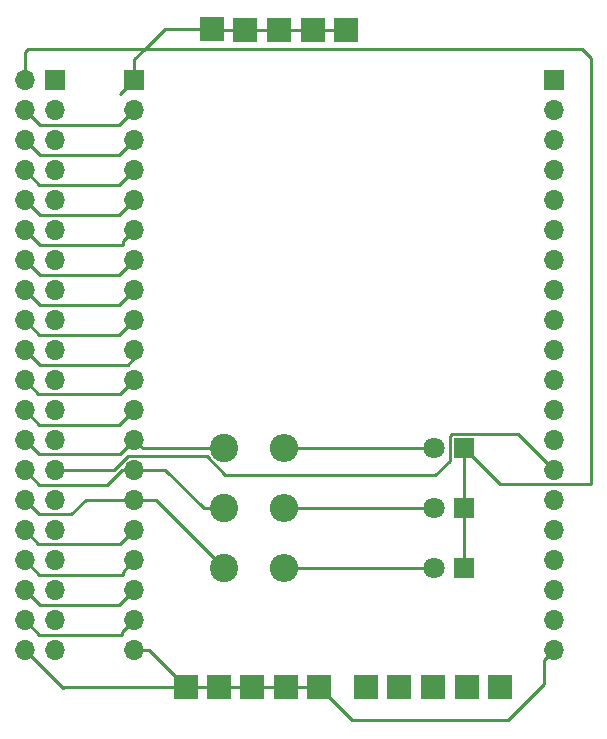
<source format=gbr>
%TF.GenerationSoftware,KiCad,Pcbnew,7.0.8*%
%TF.CreationDate,2025-03-02T05:57:02+01:00*%
%TF.ProjectId,Raspi-Connector,52617370-692d-4436-9f6e-6e6563746f72,rev?*%
%TF.SameCoordinates,Original*%
%TF.FileFunction,Copper,L1,Top*%
%TF.FilePolarity,Positive*%
%FSLAX46Y46*%
G04 Gerber Fmt 4.6, Leading zero omitted, Abs format (unit mm)*
G04 Created by KiCad (PCBNEW 7.0.8) date 2025-03-02 05:57:02*
%MOMM*%
%LPD*%
G01*
G04 APERTURE LIST*
%TA.AperFunction,ComponentPad*%
%ADD10R,1.700000X1.700000*%
%TD*%
%TA.AperFunction,ComponentPad*%
%ADD11O,1.700000X1.700000*%
%TD*%
%TA.AperFunction,ComponentPad*%
%ADD12R,2.000000X2.000000*%
%TD*%
%TA.AperFunction,ComponentPad*%
%ADD13R,1.800000X1.800000*%
%TD*%
%TA.AperFunction,ComponentPad*%
%ADD14C,1.800000*%
%TD*%
%TA.AperFunction,ComponentPad*%
%ADD15C,2.400000*%
%TD*%
%TA.AperFunction,ComponentPad*%
%ADD16O,2.400000X2.400000*%
%TD*%
%TA.AperFunction,Conductor*%
%ADD17C,0.250000*%
%TD*%
G04 APERTURE END LIST*
D10*
%TO.P,J8,1,Pin_1*%
%TO.N,Net-(D1-K)*%
X132842000Y-78279000D03*
D11*
%TO.P,J8,2,Pin_2*%
%TO.N,Net-(J2-Pin_4)*%
X132842000Y-80819000D03*
%TO.P,J8,3,Pin_3*%
%TO.N,Net-(J2-Pin_6)*%
X132842000Y-83359000D03*
%TO.P,J8,4,Pin_4*%
%TO.N,Net-(J2-Pin_8)*%
X132842000Y-85899000D03*
%TO.P,J8,5,Pin_5*%
%TO.N,Net-(J2-Pin_10)*%
X132842000Y-88439000D03*
%TO.P,J8,6,Pin_6*%
%TO.N,Net-(J2-Pin_12)*%
X132842000Y-90979000D03*
%TO.P,J8,7,Pin_7*%
%TO.N,Net-(J2-Pin_14)*%
X132842000Y-93519000D03*
%TO.P,J8,8,Pin_8*%
%TO.N,Net-(J2-Pin_16)*%
X132842000Y-96059000D03*
%TO.P,J8,9,Pin_9*%
%TO.N,Net-(J2-Pin_18)*%
X132842000Y-98599000D03*
%TO.P,J8,10,Pin_10*%
%TO.N,Net-(J2-Pin_20)*%
X132842000Y-101139000D03*
%TO.P,J8,11,Pin_11*%
%TO.N,Net-(J2-Pin_22)*%
X132842000Y-103679000D03*
%TO.P,J8,12,Pin_12*%
%TO.N,Net-(J2-Pin_24)*%
X132842000Y-106219000D03*
%TO.P,J8,13,Pin_13*%
%TO.N,Net-(J2-Pin_26)*%
X132842000Y-108759000D03*
%TO.P,J8,14,Pin_14*%
%TO.N,Net-(J2-Pin_28)*%
X132842000Y-111299000D03*
%TO.P,J8,15,Pin_15*%
%TO.N,Net-(J2-Pin_30)*%
X132842000Y-113839000D03*
%TO.P,J8,16,Pin_16*%
%TO.N,Net-(J2-Pin_32)*%
X132842000Y-116379000D03*
%TO.P,J8,17,Pin_17*%
%TO.N,Net-(J2-Pin_34)*%
X132842000Y-118919000D03*
%TO.P,J8,18,Pin_18*%
%TO.N,Net-(J2-Pin_36)*%
X132842000Y-121459000D03*
%TO.P,J8,19,Pin_19*%
%TO.N,Net-(J2-Pin_38)*%
X132842000Y-123999000D03*
%TO.P,J8,20,Pin_20*%
%TO.N,Net-(J2-Pin_39)*%
X132842000Y-126539000D03*
%TD*%
D10*
%TO.P,J2,1,Pin_1*%
%TO.N,Net-(J2-Pin_1)*%
X126087000Y-78279000D03*
D11*
%TO.P,J2,2,Pin_2*%
%TO.N,Net-(D1-K)*%
X123547000Y-78279000D03*
%TO.P,J2,3,Pin_3*%
%TO.N,Net-(J2-Pin_3)*%
X126087000Y-80819000D03*
%TO.P,J2,4,Pin_4*%
%TO.N,Net-(J2-Pin_4)*%
X123547000Y-80819000D03*
%TO.P,J2,5,Pin_5*%
%TO.N,Net-(J2-Pin_5)*%
X126087000Y-83359000D03*
%TO.P,J2,6,Pin_6*%
%TO.N,Net-(J2-Pin_6)*%
X123547000Y-83359000D03*
%TO.P,J2,7,Pin_7*%
%TO.N,Net-(J2-Pin_7)*%
X126087000Y-85899000D03*
%TO.P,J2,8,Pin_8*%
%TO.N,Net-(J2-Pin_8)*%
X123547000Y-85899000D03*
%TO.P,J2,9,Pin_9*%
%TO.N,Net-(J2-Pin_9)*%
X126087000Y-88439000D03*
%TO.P,J2,10,Pin_10*%
%TO.N,Net-(J2-Pin_10)*%
X123547000Y-88439000D03*
%TO.P,J2,11,Pin_11*%
%TO.N,Net-(J2-Pin_11)*%
X126087000Y-90979000D03*
%TO.P,J2,12,Pin_12*%
%TO.N,Net-(J2-Pin_12)*%
X123547000Y-90979000D03*
%TO.P,J2,13,Pin_13*%
%TO.N,Net-(J2-Pin_13)*%
X126087000Y-93519000D03*
%TO.P,J2,14,Pin_14*%
%TO.N,Net-(J2-Pin_14)*%
X123547000Y-93519000D03*
%TO.P,J2,15,Pin_15*%
%TO.N,Net-(J2-Pin_15)*%
X126087000Y-96059000D03*
%TO.P,J2,16,Pin_16*%
%TO.N,Net-(J2-Pin_16)*%
X123547000Y-96059000D03*
%TO.P,J2,17,Pin_17*%
%TO.N,Net-(J2-Pin_17)*%
X126087000Y-98599000D03*
%TO.P,J2,18,Pin_18*%
%TO.N,Net-(J2-Pin_18)*%
X123547000Y-98599000D03*
%TO.P,J2,19,Pin_19*%
%TO.N,Net-(J2-Pin_19)*%
X126087000Y-101139000D03*
%TO.P,J2,20,Pin_20*%
%TO.N,Net-(J2-Pin_20)*%
X123547000Y-101139000D03*
%TO.P,J2,21,Pin_21*%
%TO.N,Net-(J2-Pin_21)*%
X126087000Y-103679000D03*
%TO.P,J2,22,Pin_22*%
%TO.N,Net-(J2-Pin_22)*%
X123547000Y-103679000D03*
%TO.P,J2,23,Pin_23*%
%TO.N,Net-(J2-Pin_23)*%
X126087000Y-106219000D03*
%TO.P,J2,24,Pin_24*%
%TO.N,Net-(J2-Pin_24)*%
X123547000Y-106219000D03*
%TO.P,J2,25,Pin_25*%
%TO.N,Net-(J2-Pin_25)*%
X126087000Y-108759000D03*
%TO.P,J2,26,Pin_26*%
%TO.N,Net-(J2-Pin_26)*%
X123547000Y-108759000D03*
%TO.P,J2,27,Pin_27*%
%TO.N,Net-(J2-Pin_27)*%
X126087000Y-111299000D03*
%TO.P,J2,28,Pin_28*%
%TO.N,Net-(J2-Pin_28)*%
X123547000Y-111299000D03*
%TO.P,J2,29,Pin_29*%
%TO.N,Net-(J2-Pin_29)*%
X126087000Y-113839000D03*
%TO.P,J2,30,Pin_30*%
%TO.N,Net-(J2-Pin_30)*%
X123547000Y-113839000D03*
%TO.P,J2,31,Pin_31*%
%TO.N,Net-(J2-Pin_31)*%
X126087000Y-116379000D03*
%TO.P,J2,32,Pin_32*%
%TO.N,Net-(J2-Pin_32)*%
X123547000Y-116379000D03*
%TO.P,J2,33,Pin_33*%
%TO.N,Net-(J2-Pin_33)*%
X126087000Y-118919000D03*
%TO.P,J2,34,Pin_34*%
%TO.N,Net-(J2-Pin_34)*%
X123547000Y-118919000D03*
%TO.P,J2,35,Pin_35*%
%TO.N,Net-(J2-Pin_35)*%
X126087000Y-121459000D03*
%TO.P,J2,36,Pin_36*%
%TO.N,Net-(J2-Pin_36)*%
X123547000Y-121459000D03*
%TO.P,J2,37,Pin_37*%
%TO.N,Net-(J2-Pin_37)*%
X126087000Y-123999000D03*
%TO.P,J2,38,Pin_38*%
%TO.N,Net-(J2-Pin_38)*%
X123547000Y-123999000D03*
%TO.P,J2,39,Pin_40*%
%TO.N,Net-(J2-Pin_39)*%
X123547000Y-126539000D03*
%TO.P,J2,40,Pin_39*%
%TO.N,Net-(J2-Pin_40)*%
X126087000Y-126539000D03*
%TD*%
D12*
%TO.P,LP,1*%
%TO.N,Net-(J2-Pin_40)*%
X155262000Y-129664000D03*
%TD*%
%TO.P,LP,1*%
%TO.N,Net-(J2-Pin_39)*%
X139982000Y-129684000D03*
%TD*%
%TO.P,LP,1*%
%TO.N,Net-(J2-Pin_40)*%
X163802000Y-129684000D03*
%TD*%
%TO.P,LP,1*%
%TO.N,Net-(D1-K)*%
X139454500Y-73974000D03*
%TD*%
%TO.P,LP,1*%
%TO.N,Net-(D1-K)*%
X147964500Y-74004000D03*
%TD*%
%TO.P,LP,1*%
%TO.N,Net-(D1-K)*%
X150774500Y-74024000D03*
%TD*%
%TO.P,LP,1*%
%TO.N,Net-(J2-Pin_39)*%
X145712000Y-129684000D03*
%TD*%
%TO.P,LP,1*%
%TO.N,Net-(J2-Pin_39)*%
X148522000Y-129704000D03*
%TD*%
%TO.P,LP,1*%
%TO.N,Net-(D1-K)*%
X142234500Y-74004000D03*
%TD*%
%TO.P,LP,1*%
%TO.N,Net-(J2-Pin_39)*%
X142812000Y-129684000D03*
%TD*%
%TO.P,LP,1*%
%TO.N,Net-(J2-Pin_40)*%
X160992000Y-129664000D03*
%TD*%
%TO.P,LP,1*%
%TO.N,Net-(J2-Pin_39)*%
X137202000Y-129654000D03*
%TD*%
%TO.P,LP,1*%
%TO.N,Net-(J2-Pin_40)*%
X158092000Y-129664000D03*
%TD*%
%TO.P,LP,1*%
%TO.N,Net-(D1-K)*%
X145064500Y-74004000D03*
%TD*%
D10*
%TO.P,J7,1,Pin_1*%
%TO.N,Net-(J2-Pin_1)*%
X168402000Y-78279000D03*
D11*
%TO.P,J7,2,Pin_2*%
%TO.N,Net-(J2-Pin_3)*%
X168402000Y-80819000D03*
%TO.P,J7,3,Pin_3*%
%TO.N,Net-(J2-Pin_5)*%
X168402000Y-83359000D03*
%TO.P,J7,4,Pin_4*%
%TO.N,Net-(J2-Pin_7)*%
X168402000Y-85899000D03*
%TO.P,J7,5,Pin_5*%
%TO.N,Net-(J2-Pin_9)*%
X168402000Y-88439000D03*
%TO.P,J7,6,Pin_6*%
%TO.N,Net-(J2-Pin_11)*%
X168402000Y-90979000D03*
%TO.P,J7,7,Pin_7*%
%TO.N,Net-(J2-Pin_13)*%
X168402000Y-93519000D03*
%TO.P,J7,8,Pin_8*%
%TO.N,Net-(J2-Pin_15)*%
X168402000Y-96059000D03*
%TO.P,J7,9,Pin_9*%
%TO.N,Net-(J2-Pin_17)*%
X168402000Y-98599000D03*
%TO.P,J7,10,Pin_10*%
%TO.N,Net-(J2-Pin_19)*%
X168402000Y-101139000D03*
%TO.P,J7,11,Pin_11*%
%TO.N,Net-(J2-Pin_21)*%
X168402000Y-103679000D03*
%TO.P,J7,12,Pin_12*%
%TO.N,Net-(J2-Pin_23)*%
X168402000Y-106219000D03*
%TO.P,J7,13,Pin_13*%
%TO.N,Net-(J2-Pin_25)*%
X168402000Y-108759000D03*
%TO.P,J7,14,Pin_14*%
%TO.N,Net-(J2-Pin_27)*%
X168402000Y-111299000D03*
%TO.P,J7,15,Pin_15*%
%TO.N,Net-(J2-Pin_29)*%
X168402000Y-113839000D03*
%TO.P,J7,16,Pin_16*%
%TO.N,Net-(J2-Pin_31)*%
X168402000Y-116379000D03*
%TO.P,J7,17,Pin_17*%
%TO.N,Net-(J2-Pin_33)*%
X168402000Y-118919000D03*
%TO.P,J7,18,Pin_18*%
%TO.N,Net-(J2-Pin_35)*%
X168402000Y-121459000D03*
%TO.P,J7,19,Pin_19*%
%TO.N,Net-(J2-Pin_37)*%
X168402000Y-123999000D03*
%TO.P,J7,20,Pin_20*%
%TO.N,Net-(J2-Pin_39)*%
X168402000Y-126539000D03*
%TD*%
D12*
%TO.P,LP,1*%
%TO.N,Net-(J2-Pin_40)*%
X152482000Y-129634000D03*
%TD*%
D13*
%TO.P,D2,1,K*%
%TO.N,Net-(D1-K)*%
X160782000Y-114554000D03*
D14*
%TO.P,D2,2,A*%
%TO.N,Net-(D2-A)*%
X158242000Y-114554000D03*
%TD*%
D15*
%TO.P,17,1*%
%TO.N,Net-(J2-Pin_28)*%
X140462000Y-114554000D03*
D16*
%TO.P,17,2*%
%TO.N,Net-(D2-A)*%
X145542000Y-114554000D03*
%TD*%
D15*
%TO.P,22,1*%
%TO.N,Net-(J2-Pin_26)*%
X140462000Y-109474000D03*
D16*
%TO.P,22,2*%
%TO.N,Net-(D1-A)*%
X145542000Y-109474000D03*
%TD*%
D13*
%TO.P,D1,1,K*%
%TO.N,Net-(D1-K)*%
X160782000Y-109474000D03*
D14*
%TO.P,D1,2,A*%
%TO.N,Net-(D1-A)*%
X158242000Y-109474000D03*
%TD*%
D15*
%TO.P,27,1*%
%TO.N,Net-(J2-Pin_30)*%
X140462000Y-119634000D03*
D16*
%TO.P,27,2*%
%TO.N,Net-(D3-A)*%
X145542000Y-119634000D03*
%TD*%
D13*
%TO.P,D3,1,K*%
%TO.N,Net-(D1-K)*%
X160782000Y-119634000D03*
D14*
%TO.P,D3,2,A*%
%TO.N,Net-(D3-A)*%
X158242000Y-119634000D03*
%TD*%
D17*
%TO.N,Net-(J2-Pin_27)*%
X159557000Y-108439380D02*
X159747380Y-108249000D01*
X138961791Y-110128656D02*
X140557135Y-111724000D01*
X158341620Y-111724000D02*
X159557000Y-110508620D01*
X165352000Y-108249000D02*
X168402000Y-111299000D01*
X159747380Y-108249000D02*
X165352000Y-108249000D01*
X140557135Y-111724000D02*
X158341620Y-111724000D01*
X132310948Y-110128656D02*
X138961791Y-110128656D01*
X126087000Y-111299000D02*
X131140604Y-111299000D01*
X131140604Y-111299000D02*
X132310948Y-110128656D01*
X159557000Y-110508620D02*
X159557000Y-108439380D01*
%TO.N,Net-(J2-Pin_4)*%
X123547000Y-80819000D02*
X124832000Y-82104000D01*
X131557000Y-82104000D02*
X132842000Y-80819000D01*
X124832000Y-82104000D02*
X131557000Y-82104000D01*
%TO.N,Net-(J2-Pin_6)*%
X123547000Y-83359000D02*
X124822000Y-84634000D01*
X131567000Y-84634000D02*
X132842000Y-83359000D01*
X124822000Y-84634000D02*
X131567000Y-84634000D01*
%TO.N,Net-(J2-Pin_8)*%
X123547000Y-85899000D02*
X124812000Y-87164000D01*
X131577000Y-87164000D02*
X132842000Y-85899000D01*
X124812000Y-87164000D02*
X131577000Y-87164000D01*
%TO.N,Net-(J2-Pin_10)*%
X131547000Y-89734000D02*
X132842000Y-88439000D01*
X123547000Y-88439000D02*
X124842000Y-89734000D01*
X124842000Y-89734000D02*
X131547000Y-89734000D01*
%TO.N,Net-(J2-Pin_12)*%
X123547000Y-90979000D02*
X124822000Y-92254000D01*
X124822000Y-92254000D02*
X131922000Y-92254000D01*
X131922000Y-91899000D02*
X132842000Y-90979000D01*
X131922000Y-92254000D02*
X131922000Y-91899000D01*
%TO.N,Net-(J2-Pin_14)*%
X131547000Y-94814000D02*
X132842000Y-93519000D01*
X124842000Y-94814000D02*
X131547000Y-94814000D01*
X123547000Y-93519000D02*
X124842000Y-94814000D01*
%TO.N,Net-(J2-Pin_16)*%
X123547000Y-96059000D02*
X124822000Y-97334000D01*
X124822000Y-97334000D02*
X131567000Y-97334000D01*
X131567000Y-97334000D02*
X132842000Y-96059000D01*
%TO.N,Net-(J2-Pin_18)*%
X124812000Y-99864000D02*
X131582000Y-99864000D01*
X131582000Y-99859000D02*
X132842000Y-98599000D01*
X131582000Y-99864000D02*
X131582000Y-99859000D01*
X123547000Y-98599000D02*
X124812000Y-99864000D01*
%TO.N,Net-(J2-Pin_20)*%
X132842000Y-101844000D02*
X132842000Y-101139000D01*
X123547000Y-101139000D02*
X124822000Y-102414000D01*
X132272000Y-102414000D02*
X132842000Y-101844000D01*
X124822000Y-102414000D02*
X132272000Y-102414000D01*
%TO.N,Net-(J2-Pin_22)*%
X124722000Y-104854000D02*
X131667000Y-104854000D01*
X131667000Y-104854000D02*
X132842000Y-103679000D01*
X123547000Y-103679000D02*
X124722000Y-104854000D01*
%TO.N,Net-(J2-Pin_24)*%
X123547000Y-106219000D02*
X124802000Y-107474000D01*
X124802000Y-107474000D02*
X131587000Y-107474000D01*
X131587000Y-107474000D02*
X132842000Y-106219000D01*
%TO.N,Net-(J2-Pin_26)*%
X123547000Y-108759000D02*
X124742000Y-109954000D01*
X131647000Y-109954000D02*
X132842000Y-108759000D01*
X124742000Y-109954000D02*
X131647000Y-109954000D01*
X140462000Y-109474000D02*
X133557000Y-109474000D01*
X133557000Y-109474000D02*
X132842000Y-108759000D01*
%TO.N,Net-(J2-Pin_28)*%
X131777000Y-111299000D02*
X132842000Y-111299000D01*
X140462000Y-114554000D02*
X138722000Y-114554000D01*
X138722000Y-114554000D02*
X135467000Y-111299000D01*
X135467000Y-111299000D02*
X132842000Y-111299000D01*
X130522000Y-112554000D02*
X131777000Y-111299000D01*
X124802000Y-112554000D02*
X130522000Y-112554000D01*
X123547000Y-111299000D02*
X124802000Y-112554000D01*
%TO.N,Net-(J2-Pin_30)*%
X134667000Y-113839000D02*
X140462000Y-119634000D01*
X127522000Y-115054000D02*
X128737000Y-113839000D01*
X123547000Y-113839000D02*
X124762000Y-115054000D01*
X124762000Y-115054000D02*
X127522000Y-115054000D01*
X128737000Y-113839000D02*
X132842000Y-113839000D01*
X132842000Y-113839000D02*
X134667000Y-113839000D01*
%TO.N,Net-(J2-Pin_32)*%
X131667000Y-117554000D02*
X132842000Y-116379000D01*
X124722000Y-117554000D02*
X131667000Y-117554000D01*
X123547000Y-116379000D02*
X124722000Y-117554000D01*
%TO.N,Net-(J2-Pin_34)*%
X124822000Y-120174000D02*
X131872000Y-120174000D01*
X131872000Y-119889000D02*
X132842000Y-118919000D01*
X124812000Y-120184000D02*
X124822000Y-120174000D01*
X123547000Y-118919000D02*
X124812000Y-120184000D01*
X131872000Y-120174000D02*
X131872000Y-119889000D01*
%TO.N,Net-(J2-Pin_36)*%
X124842000Y-122754000D02*
X131547000Y-122754000D01*
X123547000Y-121459000D02*
X124842000Y-122754000D01*
X131547000Y-122754000D02*
X132842000Y-121459000D01*
%TO.N,Net-(J2-Pin_38)*%
X131822000Y-125019000D02*
X132842000Y-123999000D01*
X124802000Y-125254000D02*
X131822000Y-125254000D01*
X131822000Y-125254000D02*
X131822000Y-125019000D01*
X123547000Y-123999000D02*
X124802000Y-125254000D01*
%TO.N,Net-(J2-Pin_39)*%
X132842000Y-126539000D02*
X134087000Y-126539000D01*
X133346594Y-126670802D02*
X133160198Y-126857198D01*
X126942000Y-129654000D02*
X137202000Y-129654000D01*
X142812000Y-129684000D02*
X139982000Y-129684000D01*
X126802000Y-129794000D02*
X126942000Y-129654000D01*
X164522000Y-132454000D02*
X151272000Y-132454000D01*
X167522000Y-127419000D02*
X167522000Y-129454000D01*
X167522000Y-129454000D02*
X164522000Y-132454000D01*
X145712000Y-129684000D02*
X142812000Y-129684000D01*
X137232000Y-129684000D02*
X137202000Y-129654000D01*
X134087000Y-126539000D02*
X137202000Y-129654000D01*
X151272000Y-132454000D02*
X148522000Y-129704000D01*
X139982000Y-129684000D02*
X137232000Y-129684000D01*
X168402000Y-126539000D02*
X167522000Y-127419000D01*
X123547000Y-126539000D02*
X126802000Y-129794000D01*
X148522000Y-129704000D02*
X145732000Y-129704000D01*
X145732000Y-129704000D02*
X145712000Y-129684000D01*
%TO.N,Net-(D1-K)*%
X132842000Y-78279000D02*
X132842000Y-76534000D01*
X123812000Y-75664000D02*
X123547000Y-75929000D01*
X132842000Y-76534000D02*
X133712000Y-75664000D01*
X131667000Y-79454000D02*
X132842000Y-78279000D01*
X170732000Y-75664000D02*
X133712000Y-75664000D01*
X171512000Y-112474000D02*
X171512000Y-108244000D01*
X139484500Y-74004000D02*
X139454500Y-73974000D01*
X147984500Y-74024000D02*
X147964500Y-74004000D01*
X171522000Y-108244000D02*
X171522000Y-76454000D01*
X139454500Y-73974000D02*
X135402000Y-73974000D01*
X160782000Y-109474000D02*
X163782000Y-112474000D01*
X160782000Y-109474000D02*
X160782000Y-114554000D01*
X135402000Y-73974000D02*
X133712000Y-75664000D01*
X171512000Y-108244000D02*
X171522000Y-108244000D01*
X133712000Y-75664000D02*
X123812000Y-75664000D01*
X145064500Y-74004000D02*
X142234500Y-74004000D01*
X160782000Y-119634000D02*
X160542000Y-119634000D01*
X163782000Y-112474000D02*
X171512000Y-112474000D01*
X171522000Y-76454000D02*
X170732000Y-75664000D01*
X142234500Y-74004000D02*
X139484500Y-74004000D01*
X123547000Y-75929000D02*
X123547000Y-78279000D01*
X160782000Y-114554000D02*
X160782000Y-119634000D01*
X150774500Y-74024000D02*
X147984500Y-74024000D01*
X147964500Y-74004000D02*
X145064500Y-74004000D01*
%TO.N,Net-(D1-A)*%
X145542000Y-109474000D02*
X158242000Y-109474000D01*
%TO.N,Net-(D2-A)*%
X145542000Y-114554000D02*
X158242000Y-114554000D01*
%TO.N,Net-(D3-A)*%
X145542000Y-119634000D02*
X158242000Y-119634000D01*
%TD*%
M02*

</source>
